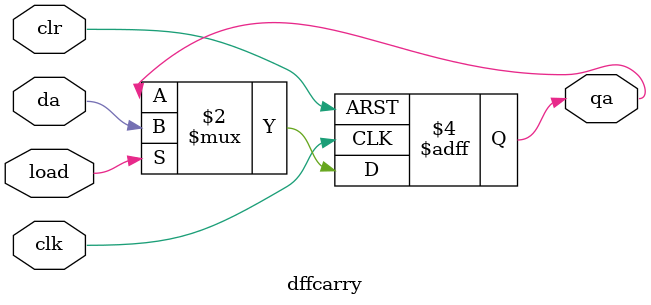
<source format=v>
module dffcarry (clk, clr, load, da, qa);
input        clk, clr, load;
input da;
output qa;

reg    qa;

always@(posedge clr or  posedge clk)
begin
    if(clr) qa <= 0;
    else if (load)
       qa <= da;
end

endmodule


/*

`timescale 1ns/1ps

module dffa_tb;

reg       clk, clr, load;
reg [3:0] da;

wire [3:0] qa;

dffa   uut ( .clk(clk), .clr(clr), .load(load), .da(da), .qa(qa));

//  dffa uut ( clk, clr, load, da, qa );

initial  clk = 0;

always   #10 clk = ~ clk;

initial
begin
    clr = 1; load = 0;
    da  = 4'b1011;
   
    #24  clr = 0; load = 1;
    #20  load = 0;

    #60 $stop;
end

endmodule

*/









 
</source>
